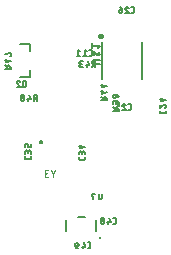
<source format=gbr>
G04 EAGLE Gerber X2 export*
G75*
%MOMM*%
%FSLAX34Y34*%
%LPD*%
%AMOC8*
5,1,8,0,0,1.08239X$1,22.5*%
G01*
%ADD10C,0.127000*%
%ADD11C,0.203200*%
%ADD12C,0.152400*%
%ADD13C,0.304800*%
%ADD14C,0.050800*%
%ADD15C,0.200000*%
%ADD16C,0.254000*%


D10*
X112363Y235537D02*
X112363Y234464D01*
X112365Y234399D01*
X112371Y234335D01*
X112381Y234271D01*
X112394Y234207D01*
X112412Y234145D01*
X112433Y234084D01*
X112457Y234024D01*
X112486Y233966D01*
X112518Y233909D01*
X112553Y233855D01*
X112591Y233803D01*
X112633Y233753D01*
X112677Y233706D01*
X112724Y233662D01*
X112774Y233620D01*
X112826Y233582D01*
X112880Y233547D01*
X112937Y233515D01*
X112995Y233486D01*
X113055Y233462D01*
X113116Y233441D01*
X113178Y233423D01*
X113242Y233410D01*
X113306Y233400D01*
X113370Y233394D01*
X113435Y233392D01*
X116117Y233392D01*
X116182Y233394D01*
X116246Y233400D01*
X116310Y233410D01*
X116374Y233423D01*
X116436Y233441D01*
X116497Y233462D01*
X116557Y233486D01*
X116615Y233515D01*
X116672Y233547D01*
X116726Y233582D01*
X116778Y233620D01*
X116828Y233662D01*
X116875Y233706D01*
X116919Y233753D01*
X116961Y233803D01*
X116999Y233855D01*
X117034Y233909D01*
X117066Y233966D01*
X117095Y234024D01*
X117119Y234084D01*
X117140Y234145D01*
X117158Y234207D01*
X117171Y234271D01*
X117181Y234335D01*
X117187Y234399D01*
X117189Y234464D01*
X117189Y235537D01*
X112363Y237993D02*
X112363Y239333D01*
X112365Y239404D01*
X112371Y239476D01*
X112380Y239546D01*
X112393Y239616D01*
X112410Y239686D01*
X112431Y239754D01*
X112455Y239821D01*
X112483Y239887D01*
X112514Y239951D01*
X112549Y240014D01*
X112587Y240074D01*
X112628Y240133D01*
X112672Y240189D01*
X112719Y240243D01*
X112768Y240294D01*
X112821Y240342D01*
X112876Y240388D01*
X112933Y240430D01*
X112993Y240470D01*
X113054Y240506D01*
X113118Y240539D01*
X113183Y240568D01*
X113249Y240594D01*
X113317Y240617D01*
X113386Y240636D01*
X113456Y240651D01*
X113526Y240662D01*
X113597Y240670D01*
X113668Y240674D01*
X113740Y240674D01*
X113811Y240670D01*
X113882Y240662D01*
X113952Y240651D01*
X114022Y240636D01*
X114091Y240617D01*
X114159Y240594D01*
X114225Y240568D01*
X114290Y240539D01*
X114354Y240506D01*
X114415Y240470D01*
X114475Y240430D01*
X114532Y240388D01*
X114587Y240342D01*
X114640Y240294D01*
X114689Y240243D01*
X114736Y240189D01*
X114780Y240133D01*
X114821Y240074D01*
X114859Y240014D01*
X114894Y239951D01*
X114925Y239887D01*
X114953Y239821D01*
X114977Y239754D01*
X114998Y239686D01*
X115015Y239616D01*
X115028Y239546D01*
X115037Y239476D01*
X115043Y239404D01*
X115045Y239333D01*
X117189Y239601D02*
X117189Y237993D01*
X117189Y239601D02*
X117187Y239666D01*
X117181Y239730D01*
X117171Y239794D01*
X117158Y239858D01*
X117140Y239920D01*
X117119Y239981D01*
X117095Y240041D01*
X117066Y240099D01*
X117034Y240156D01*
X116999Y240210D01*
X116961Y240262D01*
X116919Y240312D01*
X116875Y240359D01*
X116828Y240403D01*
X116778Y240445D01*
X116726Y240483D01*
X116672Y240518D01*
X116615Y240550D01*
X116557Y240579D01*
X116497Y240603D01*
X116436Y240624D01*
X116374Y240642D01*
X116310Y240655D01*
X116246Y240665D01*
X116182Y240671D01*
X116117Y240673D01*
X116052Y240671D01*
X115988Y240665D01*
X115924Y240655D01*
X115860Y240642D01*
X115798Y240624D01*
X115737Y240603D01*
X115677Y240579D01*
X115619Y240550D01*
X115562Y240518D01*
X115508Y240483D01*
X115456Y240445D01*
X115406Y240403D01*
X115359Y240359D01*
X115315Y240312D01*
X115273Y240262D01*
X115235Y240210D01*
X115200Y240156D01*
X115168Y240099D01*
X115139Y240041D01*
X115115Y239981D01*
X115094Y239920D01*
X115076Y239858D01*
X115063Y239794D01*
X115053Y239730D01*
X115047Y239666D01*
X115045Y239601D01*
X115044Y239601D02*
X115044Y238529D01*
X113435Y243479D02*
X117189Y244551D01*
X113435Y243479D02*
X113435Y246160D01*
X114508Y245356D02*
X112363Y245356D01*
X66643Y236299D02*
X66643Y235226D01*
X66645Y235161D01*
X66651Y235097D01*
X66661Y235033D01*
X66674Y234969D01*
X66692Y234907D01*
X66713Y234846D01*
X66737Y234786D01*
X66766Y234728D01*
X66798Y234671D01*
X66833Y234617D01*
X66871Y234565D01*
X66913Y234515D01*
X66957Y234468D01*
X67004Y234424D01*
X67054Y234382D01*
X67106Y234344D01*
X67160Y234309D01*
X67217Y234277D01*
X67275Y234248D01*
X67335Y234224D01*
X67396Y234203D01*
X67458Y234185D01*
X67522Y234172D01*
X67586Y234162D01*
X67650Y234156D01*
X67715Y234154D01*
X70397Y234154D01*
X70462Y234156D01*
X70526Y234162D01*
X70590Y234172D01*
X70654Y234185D01*
X70716Y234203D01*
X70777Y234224D01*
X70837Y234248D01*
X70895Y234277D01*
X70952Y234309D01*
X71006Y234344D01*
X71058Y234382D01*
X71108Y234424D01*
X71155Y234468D01*
X71199Y234515D01*
X71241Y234565D01*
X71279Y234617D01*
X71314Y234671D01*
X71346Y234728D01*
X71375Y234786D01*
X71399Y234846D01*
X71420Y234907D01*
X71438Y234969D01*
X71451Y235033D01*
X71461Y235097D01*
X71467Y235161D01*
X71469Y235226D01*
X71469Y236299D01*
X66643Y238755D02*
X66643Y240095D01*
X66645Y240166D01*
X66651Y240238D01*
X66660Y240308D01*
X66673Y240378D01*
X66690Y240448D01*
X66711Y240516D01*
X66735Y240583D01*
X66763Y240649D01*
X66794Y240713D01*
X66829Y240776D01*
X66867Y240836D01*
X66908Y240895D01*
X66952Y240951D01*
X66999Y241005D01*
X67048Y241056D01*
X67101Y241104D01*
X67156Y241150D01*
X67213Y241192D01*
X67273Y241232D01*
X67334Y241268D01*
X67398Y241301D01*
X67463Y241330D01*
X67529Y241356D01*
X67597Y241379D01*
X67666Y241398D01*
X67736Y241413D01*
X67806Y241424D01*
X67877Y241432D01*
X67948Y241436D01*
X68020Y241436D01*
X68091Y241432D01*
X68162Y241424D01*
X68232Y241413D01*
X68302Y241398D01*
X68371Y241379D01*
X68439Y241356D01*
X68505Y241330D01*
X68570Y241301D01*
X68634Y241268D01*
X68695Y241232D01*
X68755Y241192D01*
X68812Y241150D01*
X68867Y241104D01*
X68920Y241056D01*
X68969Y241005D01*
X69016Y240951D01*
X69060Y240895D01*
X69101Y240836D01*
X69139Y240776D01*
X69174Y240713D01*
X69205Y240649D01*
X69233Y240583D01*
X69257Y240516D01*
X69278Y240448D01*
X69295Y240378D01*
X69308Y240308D01*
X69317Y240238D01*
X69323Y240166D01*
X69325Y240095D01*
X71469Y240363D02*
X71469Y238755D01*
X71469Y240363D02*
X71467Y240428D01*
X71461Y240492D01*
X71451Y240556D01*
X71438Y240620D01*
X71420Y240682D01*
X71399Y240743D01*
X71375Y240803D01*
X71346Y240861D01*
X71314Y240918D01*
X71279Y240972D01*
X71241Y241024D01*
X71199Y241074D01*
X71155Y241121D01*
X71108Y241165D01*
X71058Y241207D01*
X71006Y241245D01*
X70952Y241280D01*
X70895Y241312D01*
X70837Y241341D01*
X70777Y241365D01*
X70716Y241386D01*
X70654Y241404D01*
X70590Y241417D01*
X70526Y241427D01*
X70462Y241433D01*
X70397Y241435D01*
X70332Y241433D01*
X70268Y241427D01*
X70204Y241417D01*
X70140Y241404D01*
X70078Y241386D01*
X70017Y241365D01*
X69957Y241341D01*
X69899Y241312D01*
X69842Y241280D01*
X69788Y241245D01*
X69736Y241207D01*
X69686Y241165D01*
X69639Y241121D01*
X69595Y241074D01*
X69553Y241024D01*
X69515Y240972D01*
X69480Y240918D01*
X69448Y240861D01*
X69419Y240803D01*
X69395Y240743D01*
X69374Y240682D01*
X69356Y240620D01*
X69343Y240556D01*
X69333Y240492D01*
X69327Y240428D01*
X69325Y240363D01*
X69324Y240363D02*
X69324Y239291D01*
X66643Y244241D02*
X66643Y245850D01*
X66645Y245915D01*
X66651Y245979D01*
X66661Y246043D01*
X66674Y246107D01*
X66692Y246169D01*
X66713Y246230D01*
X66737Y246290D01*
X66766Y246348D01*
X66798Y246405D01*
X66833Y246459D01*
X66871Y246511D01*
X66913Y246561D01*
X66957Y246608D01*
X67004Y246652D01*
X67054Y246694D01*
X67106Y246732D01*
X67160Y246767D01*
X67217Y246799D01*
X67275Y246828D01*
X67335Y246852D01*
X67396Y246873D01*
X67458Y246891D01*
X67522Y246904D01*
X67586Y246914D01*
X67650Y246920D01*
X67715Y246922D01*
X68252Y246922D01*
X68317Y246920D01*
X68381Y246914D01*
X68445Y246904D01*
X68509Y246891D01*
X68571Y246873D01*
X68632Y246852D01*
X68692Y246828D01*
X68750Y246799D01*
X68807Y246767D01*
X68861Y246732D01*
X68913Y246694D01*
X68963Y246652D01*
X69010Y246608D01*
X69054Y246561D01*
X69096Y246511D01*
X69134Y246459D01*
X69169Y246405D01*
X69201Y246348D01*
X69230Y246290D01*
X69254Y246230D01*
X69275Y246169D01*
X69293Y246107D01*
X69306Y246043D01*
X69316Y245979D01*
X69322Y245915D01*
X69324Y245850D01*
X69324Y244241D01*
X71469Y244241D01*
X71469Y246922D01*
X141399Y179419D02*
X142472Y179419D01*
X142537Y179421D01*
X142601Y179427D01*
X142665Y179437D01*
X142729Y179450D01*
X142791Y179468D01*
X142852Y179489D01*
X142912Y179513D01*
X142970Y179542D01*
X143027Y179574D01*
X143081Y179609D01*
X143133Y179647D01*
X143183Y179689D01*
X143230Y179733D01*
X143274Y179780D01*
X143316Y179830D01*
X143354Y179882D01*
X143389Y179936D01*
X143421Y179993D01*
X143450Y180051D01*
X143474Y180111D01*
X143495Y180172D01*
X143513Y180234D01*
X143526Y180298D01*
X143536Y180362D01*
X143542Y180426D01*
X143544Y180491D01*
X143544Y183173D01*
X143542Y183238D01*
X143536Y183302D01*
X143526Y183366D01*
X143513Y183430D01*
X143495Y183492D01*
X143474Y183553D01*
X143450Y183613D01*
X143421Y183671D01*
X143389Y183728D01*
X143354Y183782D01*
X143316Y183834D01*
X143274Y183884D01*
X143230Y183931D01*
X143183Y183975D01*
X143133Y184017D01*
X143081Y184055D01*
X143027Y184090D01*
X142970Y184122D01*
X142912Y184151D01*
X142852Y184175D01*
X142791Y184196D01*
X142729Y184214D01*
X142665Y184227D01*
X142601Y184237D01*
X142537Y184243D01*
X142472Y184245D01*
X141399Y184245D01*
X137871Y184245D02*
X138943Y180491D01*
X136262Y180491D01*
X137067Y179419D02*
X137067Y181564D01*
X133457Y180760D02*
X133455Y180831D01*
X133449Y180903D01*
X133440Y180973D01*
X133427Y181043D01*
X133410Y181113D01*
X133389Y181181D01*
X133365Y181248D01*
X133337Y181314D01*
X133306Y181378D01*
X133271Y181441D01*
X133233Y181501D01*
X133192Y181560D01*
X133148Y181616D01*
X133101Y181670D01*
X133052Y181721D01*
X132999Y181769D01*
X132944Y181815D01*
X132887Y181857D01*
X132827Y181897D01*
X132766Y181933D01*
X132702Y181966D01*
X132637Y181995D01*
X132571Y182021D01*
X132503Y182044D01*
X132434Y182063D01*
X132364Y182078D01*
X132294Y182089D01*
X132223Y182097D01*
X132152Y182101D01*
X132080Y182101D01*
X132009Y182097D01*
X131938Y182089D01*
X131868Y182078D01*
X131798Y182063D01*
X131729Y182044D01*
X131661Y182021D01*
X131595Y181995D01*
X131530Y181966D01*
X131466Y181933D01*
X131405Y181897D01*
X131345Y181857D01*
X131288Y181815D01*
X131233Y181769D01*
X131180Y181721D01*
X131131Y181670D01*
X131084Y181616D01*
X131040Y181560D01*
X130999Y181501D01*
X130961Y181441D01*
X130926Y181378D01*
X130895Y181314D01*
X130867Y181248D01*
X130843Y181181D01*
X130822Y181113D01*
X130805Y181043D01*
X130792Y180973D01*
X130783Y180903D01*
X130777Y180831D01*
X130775Y180760D01*
X130777Y180689D01*
X130783Y180617D01*
X130792Y180547D01*
X130805Y180477D01*
X130822Y180407D01*
X130843Y180339D01*
X130867Y180272D01*
X130895Y180206D01*
X130926Y180142D01*
X130961Y180079D01*
X130999Y180019D01*
X131040Y179960D01*
X131084Y179904D01*
X131131Y179850D01*
X131180Y179799D01*
X131233Y179751D01*
X131288Y179705D01*
X131345Y179663D01*
X131405Y179623D01*
X131466Y179587D01*
X131530Y179554D01*
X131595Y179525D01*
X131661Y179499D01*
X131729Y179476D01*
X131798Y179457D01*
X131868Y179442D01*
X131938Y179431D01*
X132009Y179423D01*
X132080Y179419D01*
X132152Y179419D01*
X132223Y179423D01*
X132294Y179431D01*
X132364Y179442D01*
X132434Y179457D01*
X132503Y179476D01*
X132571Y179499D01*
X132637Y179525D01*
X132702Y179554D01*
X132766Y179587D01*
X132827Y179623D01*
X132887Y179663D01*
X132944Y179705D01*
X132999Y179751D01*
X133052Y179799D01*
X133101Y179850D01*
X133148Y179904D01*
X133192Y179960D01*
X133233Y180019D01*
X133271Y180079D01*
X133306Y180142D01*
X133337Y180206D01*
X133365Y180272D01*
X133389Y180339D01*
X133410Y180407D01*
X133427Y180477D01*
X133440Y180547D01*
X133449Y180617D01*
X133455Y180689D01*
X133457Y180760D01*
X133188Y183173D02*
X133186Y183238D01*
X133180Y183302D01*
X133170Y183366D01*
X133157Y183430D01*
X133139Y183492D01*
X133118Y183553D01*
X133094Y183613D01*
X133065Y183671D01*
X133033Y183728D01*
X132998Y183782D01*
X132960Y183834D01*
X132918Y183884D01*
X132874Y183931D01*
X132827Y183975D01*
X132777Y184017D01*
X132725Y184055D01*
X132671Y184090D01*
X132614Y184122D01*
X132556Y184151D01*
X132496Y184175D01*
X132435Y184196D01*
X132373Y184214D01*
X132309Y184227D01*
X132245Y184237D01*
X132181Y184243D01*
X132116Y184245D01*
X132051Y184243D01*
X131987Y184237D01*
X131923Y184227D01*
X131859Y184214D01*
X131797Y184196D01*
X131736Y184175D01*
X131676Y184151D01*
X131618Y184122D01*
X131561Y184090D01*
X131507Y184055D01*
X131455Y184017D01*
X131405Y183975D01*
X131358Y183931D01*
X131314Y183884D01*
X131272Y183834D01*
X131234Y183782D01*
X131199Y183728D01*
X131167Y183671D01*
X131138Y183613D01*
X131114Y183553D01*
X131093Y183492D01*
X131075Y183430D01*
X131062Y183366D01*
X131052Y183302D01*
X131046Y183238D01*
X131044Y183173D01*
X131046Y183108D01*
X131052Y183044D01*
X131062Y182980D01*
X131075Y182916D01*
X131093Y182854D01*
X131114Y182793D01*
X131138Y182733D01*
X131167Y182675D01*
X131199Y182618D01*
X131234Y182564D01*
X131272Y182512D01*
X131314Y182462D01*
X131358Y182415D01*
X131405Y182371D01*
X131455Y182329D01*
X131507Y182291D01*
X131561Y182256D01*
X131618Y182224D01*
X131676Y182195D01*
X131736Y182171D01*
X131797Y182150D01*
X131859Y182132D01*
X131923Y182119D01*
X131987Y182109D01*
X132051Y182103D01*
X132116Y182101D01*
X132181Y182103D01*
X132245Y182109D01*
X132309Y182119D01*
X132373Y182132D01*
X132435Y182150D01*
X132496Y182171D01*
X132556Y182195D01*
X132614Y182224D01*
X132671Y182256D01*
X132725Y182291D01*
X132777Y182329D01*
X132827Y182371D01*
X132874Y182415D01*
X132918Y182462D01*
X132960Y182512D01*
X132998Y182564D01*
X133033Y182618D01*
X133065Y182675D01*
X133094Y182733D01*
X133118Y182793D01*
X133139Y182854D01*
X133157Y182916D01*
X133170Y182980D01*
X133180Y183044D01*
X133186Y183108D01*
X133188Y183173D01*
X120882Y158655D02*
X119809Y158655D01*
X120882Y158655D02*
X120947Y158657D01*
X121011Y158663D01*
X121075Y158673D01*
X121139Y158686D01*
X121201Y158704D01*
X121262Y158725D01*
X121322Y158749D01*
X121380Y158778D01*
X121437Y158810D01*
X121491Y158845D01*
X121543Y158883D01*
X121593Y158925D01*
X121640Y158969D01*
X121684Y159016D01*
X121726Y159066D01*
X121764Y159118D01*
X121799Y159172D01*
X121831Y159229D01*
X121860Y159287D01*
X121884Y159347D01*
X121905Y159408D01*
X121923Y159470D01*
X121936Y159534D01*
X121946Y159598D01*
X121952Y159662D01*
X121954Y159727D01*
X121954Y162409D01*
X121952Y162474D01*
X121946Y162538D01*
X121936Y162602D01*
X121923Y162666D01*
X121905Y162728D01*
X121884Y162789D01*
X121860Y162849D01*
X121831Y162907D01*
X121799Y162964D01*
X121764Y163018D01*
X121726Y163070D01*
X121684Y163120D01*
X121640Y163167D01*
X121593Y163211D01*
X121543Y163253D01*
X121491Y163291D01*
X121437Y163326D01*
X121380Y163358D01*
X121322Y163387D01*
X121262Y163411D01*
X121201Y163432D01*
X121139Y163450D01*
X121075Y163463D01*
X121011Y163473D01*
X120947Y163479D01*
X120882Y163481D01*
X119809Y163481D01*
X116281Y163481D02*
X117353Y159727D01*
X114672Y159727D01*
X115477Y158655D02*
X115477Y160800D01*
X110795Y160800D02*
X109186Y160800D01*
X110795Y160800D02*
X110860Y160802D01*
X110924Y160808D01*
X110988Y160818D01*
X111052Y160831D01*
X111114Y160849D01*
X111175Y160870D01*
X111235Y160894D01*
X111293Y160923D01*
X111350Y160955D01*
X111404Y160990D01*
X111456Y161028D01*
X111506Y161070D01*
X111553Y161114D01*
X111597Y161161D01*
X111639Y161211D01*
X111677Y161263D01*
X111712Y161317D01*
X111744Y161374D01*
X111773Y161432D01*
X111797Y161492D01*
X111818Y161553D01*
X111836Y161615D01*
X111849Y161679D01*
X111859Y161743D01*
X111865Y161807D01*
X111867Y161872D01*
X111867Y162140D01*
X111865Y162211D01*
X111859Y162283D01*
X111850Y162353D01*
X111837Y162423D01*
X111820Y162493D01*
X111799Y162561D01*
X111775Y162628D01*
X111747Y162694D01*
X111716Y162758D01*
X111681Y162821D01*
X111643Y162881D01*
X111602Y162940D01*
X111558Y162996D01*
X111511Y163050D01*
X111462Y163101D01*
X111409Y163149D01*
X111354Y163195D01*
X111297Y163237D01*
X111237Y163277D01*
X111176Y163313D01*
X111112Y163346D01*
X111047Y163375D01*
X110981Y163401D01*
X110913Y163424D01*
X110844Y163443D01*
X110774Y163458D01*
X110704Y163469D01*
X110633Y163477D01*
X110562Y163481D01*
X110490Y163481D01*
X110419Y163477D01*
X110348Y163469D01*
X110278Y163458D01*
X110208Y163443D01*
X110139Y163424D01*
X110071Y163401D01*
X110005Y163375D01*
X109940Y163346D01*
X109876Y163313D01*
X109815Y163277D01*
X109755Y163237D01*
X109698Y163195D01*
X109643Y163149D01*
X109590Y163101D01*
X109541Y163050D01*
X109494Y162996D01*
X109450Y162940D01*
X109409Y162881D01*
X109371Y162821D01*
X109336Y162758D01*
X109305Y162694D01*
X109277Y162628D01*
X109253Y162561D01*
X109232Y162493D01*
X109215Y162423D01*
X109202Y162353D01*
X109193Y162283D01*
X109187Y162211D01*
X109185Y162140D01*
X109186Y162140D02*
X109186Y160800D01*
X109188Y160709D01*
X109194Y160618D01*
X109203Y160528D01*
X109217Y160437D01*
X109234Y160348D01*
X109255Y160260D01*
X109280Y160172D01*
X109309Y160085D01*
X109341Y160000D01*
X109376Y159916D01*
X109416Y159834D01*
X109458Y159754D01*
X109504Y159675D01*
X109554Y159599D01*
X109606Y159525D01*
X109662Y159452D01*
X109721Y159383D01*
X109782Y159316D01*
X109847Y159251D01*
X109914Y159190D01*
X109983Y159131D01*
X110056Y159075D01*
X110130Y159023D01*
X110206Y158973D01*
X110285Y158927D01*
X110365Y158885D01*
X110447Y158845D01*
X110531Y158810D01*
X110616Y158778D01*
X110703Y158749D01*
X110791Y158724D01*
X110879Y158703D01*
X110968Y158686D01*
X111059Y158672D01*
X111149Y158663D01*
X111240Y158657D01*
X111331Y158655D01*
D11*
X131840Y301500D02*
X131840Y333500D01*
X165340Y333250D02*
X165340Y301500D01*
D12*
X130048Y314410D02*
X125278Y314410D01*
X125278Y314411D02*
X125193Y314413D01*
X125109Y314419D01*
X125025Y314429D01*
X124941Y314442D01*
X124858Y314460D01*
X124776Y314481D01*
X124695Y314506D01*
X124615Y314535D01*
X124537Y314567D01*
X124461Y314603D01*
X124386Y314643D01*
X124313Y314686D01*
X124242Y314732D01*
X124173Y314781D01*
X124106Y314834D01*
X124042Y314890D01*
X123981Y314948D01*
X123923Y315009D01*
X123867Y315073D01*
X123814Y315140D01*
X123765Y315209D01*
X123719Y315280D01*
X123676Y315353D01*
X123636Y315428D01*
X123600Y315504D01*
X123568Y315582D01*
X123539Y315662D01*
X123514Y315743D01*
X123493Y315825D01*
X123475Y315908D01*
X123462Y315992D01*
X123452Y316076D01*
X123446Y316160D01*
X123444Y316245D01*
X123446Y316330D01*
X123452Y316414D01*
X123462Y316498D01*
X123475Y316582D01*
X123493Y316665D01*
X123514Y316747D01*
X123539Y316828D01*
X123568Y316908D01*
X123600Y316986D01*
X123636Y317062D01*
X123676Y317137D01*
X123719Y317210D01*
X123765Y317281D01*
X123814Y317350D01*
X123867Y317417D01*
X123923Y317481D01*
X123981Y317542D01*
X124042Y317600D01*
X124106Y317656D01*
X124173Y317709D01*
X124242Y317758D01*
X124313Y317804D01*
X124386Y317847D01*
X124461Y317887D01*
X124537Y317923D01*
X124615Y317955D01*
X124695Y317984D01*
X124776Y318009D01*
X124858Y318030D01*
X124941Y318048D01*
X125025Y318061D01*
X125109Y318071D01*
X125193Y318077D01*
X125278Y318079D01*
X130048Y318079D01*
X130048Y323316D02*
X123444Y323316D01*
X126746Y323316D02*
X127296Y322399D01*
X127331Y322345D01*
X127369Y322292D01*
X127410Y322242D01*
X127454Y322195D01*
X127501Y322150D01*
X127550Y322108D01*
X127602Y322069D01*
X127656Y322033D01*
X127711Y322001D01*
X127769Y321971D01*
X127828Y321946D01*
X127889Y321923D01*
X127951Y321905D01*
X128014Y321890D01*
X128078Y321878D01*
X128142Y321871D01*
X128207Y321867D01*
X128271Y321868D01*
X128336Y321872D01*
X128400Y321879D01*
X128464Y321891D01*
X128527Y321906D01*
X128589Y321925D01*
X128649Y321948D01*
X128708Y321974D01*
X128766Y322004D01*
X128822Y322037D01*
X128875Y322073D01*
X128927Y322112D01*
X128976Y322154D01*
X129022Y322199D01*
X129066Y322247D01*
X129107Y322297D01*
X129144Y322350D01*
X129179Y322404D01*
X129210Y322461D01*
X129238Y322519D01*
X129263Y322579D01*
X129283Y322640D01*
X129301Y322703D01*
X129314Y322766D01*
X129315Y322766D02*
X129332Y322869D01*
X129345Y322973D01*
X129354Y323077D01*
X129360Y323182D01*
X129362Y323287D01*
X129360Y323392D01*
X129355Y323496D01*
X129345Y323601D01*
X129332Y323705D01*
X129315Y323808D01*
X129295Y323911D01*
X129270Y324013D01*
X129242Y324114D01*
X129211Y324214D01*
X129176Y324312D01*
X129137Y324410D01*
X129095Y324506D01*
X129049Y324600D01*
X129000Y324693D01*
X128948Y324784D01*
X126746Y323316D02*
X126196Y324233D01*
X126161Y324287D01*
X126123Y324340D01*
X126082Y324390D01*
X126038Y324437D01*
X125991Y324482D01*
X125942Y324524D01*
X125890Y324563D01*
X125836Y324599D01*
X125781Y324631D01*
X125723Y324661D01*
X125664Y324686D01*
X125603Y324709D01*
X125541Y324727D01*
X125478Y324742D01*
X125414Y324754D01*
X125350Y324761D01*
X125285Y324765D01*
X125221Y324764D01*
X125156Y324760D01*
X125092Y324753D01*
X125028Y324741D01*
X124965Y324726D01*
X124904Y324707D01*
X124843Y324684D01*
X124784Y324658D01*
X124726Y324628D01*
X124671Y324596D01*
X124617Y324559D01*
X124565Y324520D01*
X124516Y324478D01*
X124470Y324433D01*
X124426Y324385D01*
X124386Y324335D01*
X124348Y324282D01*
X124313Y324228D01*
X124282Y324171D01*
X124254Y324113D01*
X124229Y324053D01*
X124209Y323992D01*
X124191Y323929D01*
X124178Y323866D01*
X124161Y323763D01*
X124148Y323659D01*
X124139Y323555D01*
X124133Y323450D01*
X124131Y323345D01*
X124133Y323241D01*
X124138Y323136D01*
X124148Y323032D01*
X124161Y322928D01*
X124178Y322824D01*
X124198Y322721D01*
X124223Y322619D01*
X124251Y322518D01*
X124282Y322419D01*
X124317Y322320D01*
X124356Y322222D01*
X124398Y322126D01*
X124444Y322032D01*
X124493Y321940D01*
X124545Y321849D01*
X128580Y328309D02*
X130048Y330144D01*
X123444Y330144D01*
X123444Y331978D02*
X123444Y328309D01*
D13*
X130242Y338074D02*
X130244Y338122D01*
X130250Y338169D01*
X130260Y338215D01*
X130274Y338261D01*
X130291Y338305D01*
X130312Y338348D01*
X130337Y338388D01*
X130365Y338427D01*
X130396Y338463D01*
X130430Y338496D01*
X130467Y338526D01*
X130506Y338554D01*
X130547Y338577D01*
X130590Y338598D01*
X130634Y338614D01*
X130680Y338627D01*
X130727Y338636D01*
X130774Y338641D01*
X130822Y338642D01*
X130869Y338639D01*
X130916Y338632D01*
X130963Y338621D01*
X131008Y338606D01*
X131052Y338588D01*
X131094Y338566D01*
X131134Y338540D01*
X131172Y338512D01*
X131207Y338480D01*
X131240Y338445D01*
X131270Y338408D01*
X131296Y338368D01*
X131319Y338327D01*
X131338Y338283D01*
X131354Y338238D01*
X131366Y338192D01*
X131374Y338145D01*
X131378Y338098D01*
X131378Y338050D01*
X131374Y338003D01*
X131366Y337956D01*
X131354Y337910D01*
X131338Y337865D01*
X131319Y337821D01*
X131296Y337780D01*
X131270Y337740D01*
X131240Y337703D01*
X131207Y337668D01*
X131172Y337636D01*
X131134Y337608D01*
X131094Y337582D01*
X131052Y337560D01*
X131008Y337542D01*
X130963Y337527D01*
X130916Y337516D01*
X130869Y337509D01*
X130822Y337506D01*
X130774Y337507D01*
X130727Y337512D01*
X130680Y337521D01*
X130634Y337534D01*
X130590Y337550D01*
X130547Y337571D01*
X130506Y337594D01*
X130467Y337622D01*
X130430Y337652D01*
X130396Y337685D01*
X130365Y337721D01*
X130337Y337760D01*
X130312Y337800D01*
X130291Y337843D01*
X130274Y337887D01*
X130260Y337933D01*
X130250Y337979D01*
X130244Y338026D01*
X130242Y338074D01*
D14*
X91972Y224519D02*
X90105Y221875D01*
X88239Y224519D01*
X90105Y221875D02*
X90105Y218920D01*
X86165Y218920D02*
X84610Y218920D01*
X84532Y218922D01*
X84455Y218928D01*
X84378Y218937D01*
X84302Y218951D01*
X84226Y218968D01*
X84152Y218989D01*
X84078Y219014D01*
X84006Y219042D01*
X83935Y219074D01*
X83866Y219109D01*
X83799Y219148D01*
X83734Y219190D01*
X83671Y219235D01*
X83610Y219284D01*
X83552Y219335D01*
X83497Y219389D01*
X83444Y219446D01*
X83394Y219505D01*
X83347Y219567D01*
X83304Y219631D01*
X83263Y219698D01*
X83226Y219766D01*
X83193Y219835D01*
X83162Y219907D01*
X83136Y219980D01*
X83113Y220054D01*
X83094Y220129D01*
X83079Y220205D01*
X83067Y220282D01*
X83059Y220359D01*
X83055Y220436D01*
X83055Y220514D01*
X83059Y220591D01*
X83067Y220668D01*
X83079Y220745D01*
X83094Y220821D01*
X83113Y220896D01*
X83136Y220970D01*
X83162Y221043D01*
X83193Y221115D01*
X83226Y221184D01*
X83263Y221253D01*
X83304Y221319D01*
X83347Y221383D01*
X83394Y221445D01*
X83444Y221504D01*
X83497Y221561D01*
X83552Y221615D01*
X83610Y221666D01*
X83671Y221715D01*
X83734Y221760D01*
X83799Y221802D01*
X83866Y221841D01*
X83935Y221876D01*
X84006Y221908D01*
X84078Y221936D01*
X84152Y221961D01*
X84226Y221982D01*
X84302Y221999D01*
X84378Y222013D01*
X84455Y222022D01*
X84532Y222028D01*
X84610Y222030D01*
X84299Y224519D02*
X86165Y224519D01*
X84299Y224518D02*
X84229Y224516D01*
X84160Y224510D01*
X84091Y224500D01*
X84022Y224487D01*
X83955Y224469D01*
X83888Y224448D01*
X83823Y224423D01*
X83759Y224395D01*
X83697Y224363D01*
X83637Y224327D01*
X83579Y224289D01*
X83523Y224247D01*
X83470Y224202D01*
X83419Y224154D01*
X83371Y224103D01*
X83326Y224050D01*
X83284Y223994D01*
X83246Y223936D01*
X83210Y223876D01*
X83178Y223814D01*
X83150Y223750D01*
X83125Y223685D01*
X83104Y223618D01*
X83086Y223551D01*
X83073Y223482D01*
X83063Y223413D01*
X83057Y223344D01*
X83055Y223274D01*
X83057Y223204D01*
X83063Y223135D01*
X83073Y223066D01*
X83086Y222997D01*
X83104Y222930D01*
X83125Y222863D01*
X83150Y222798D01*
X83178Y222734D01*
X83210Y222672D01*
X83246Y222612D01*
X83284Y222554D01*
X83326Y222498D01*
X83371Y222445D01*
X83419Y222394D01*
X83470Y222346D01*
X83523Y222301D01*
X83579Y222259D01*
X83637Y222221D01*
X83697Y222185D01*
X83759Y222153D01*
X83823Y222125D01*
X83888Y222100D01*
X83955Y222079D01*
X84022Y222061D01*
X84091Y222048D01*
X84160Y222038D01*
X84229Y222032D01*
X84299Y222030D01*
X85543Y222030D01*
D15*
X78830Y248300D02*
X78832Y248363D01*
X78838Y248425D01*
X78848Y248487D01*
X78861Y248549D01*
X78879Y248609D01*
X78900Y248668D01*
X78925Y248726D01*
X78954Y248782D01*
X78986Y248836D01*
X79021Y248888D01*
X79059Y248937D01*
X79101Y248985D01*
X79145Y249029D01*
X79193Y249071D01*
X79242Y249109D01*
X79294Y249144D01*
X79348Y249176D01*
X79404Y249205D01*
X79462Y249230D01*
X79521Y249251D01*
X79581Y249269D01*
X79643Y249282D01*
X79705Y249292D01*
X79767Y249298D01*
X79830Y249300D01*
X79893Y249298D01*
X79955Y249292D01*
X80017Y249282D01*
X80079Y249269D01*
X80139Y249251D01*
X80198Y249230D01*
X80256Y249205D01*
X80312Y249176D01*
X80366Y249144D01*
X80418Y249109D01*
X80467Y249071D01*
X80515Y249029D01*
X80559Y248985D01*
X80601Y248937D01*
X80639Y248888D01*
X80674Y248836D01*
X80706Y248782D01*
X80735Y248726D01*
X80760Y248668D01*
X80781Y248609D01*
X80799Y248549D01*
X80812Y248487D01*
X80822Y248425D01*
X80828Y248363D01*
X80830Y248300D01*
X80828Y248237D01*
X80822Y248175D01*
X80812Y248113D01*
X80799Y248051D01*
X80781Y247991D01*
X80760Y247932D01*
X80735Y247874D01*
X80706Y247818D01*
X80674Y247764D01*
X80639Y247712D01*
X80601Y247663D01*
X80559Y247615D01*
X80515Y247571D01*
X80467Y247529D01*
X80418Y247491D01*
X80366Y247456D01*
X80312Y247424D01*
X80256Y247395D01*
X80198Y247370D01*
X80139Y247349D01*
X80079Y247331D01*
X80017Y247318D01*
X79955Y247308D01*
X79893Y247302D01*
X79830Y247300D01*
X79767Y247302D01*
X79705Y247308D01*
X79643Y247318D01*
X79581Y247331D01*
X79521Y247349D01*
X79462Y247370D01*
X79404Y247395D01*
X79348Y247424D01*
X79294Y247456D01*
X79242Y247491D01*
X79193Y247529D01*
X79145Y247571D01*
X79101Y247615D01*
X79059Y247663D01*
X79021Y247712D01*
X78986Y247764D01*
X78954Y247818D01*
X78925Y247874D01*
X78900Y247932D01*
X78879Y247991D01*
X78861Y248051D01*
X78848Y248113D01*
X78838Y248175D01*
X78832Y248237D01*
X78830Y248300D01*
D10*
X156639Y358045D02*
X157712Y358045D01*
X157777Y358047D01*
X157841Y358053D01*
X157905Y358063D01*
X157969Y358076D01*
X158031Y358094D01*
X158092Y358115D01*
X158152Y358139D01*
X158210Y358168D01*
X158267Y358200D01*
X158321Y358235D01*
X158373Y358273D01*
X158423Y358315D01*
X158470Y358359D01*
X158514Y358406D01*
X158556Y358456D01*
X158594Y358508D01*
X158629Y358562D01*
X158661Y358619D01*
X158690Y358677D01*
X158714Y358737D01*
X158735Y358798D01*
X158753Y358860D01*
X158766Y358924D01*
X158776Y358988D01*
X158782Y359052D01*
X158784Y359117D01*
X158784Y361799D01*
X158782Y361864D01*
X158776Y361928D01*
X158766Y361992D01*
X158753Y362056D01*
X158735Y362118D01*
X158714Y362179D01*
X158690Y362239D01*
X158661Y362297D01*
X158629Y362354D01*
X158594Y362408D01*
X158556Y362460D01*
X158514Y362510D01*
X158470Y362557D01*
X158423Y362601D01*
X158373Y362643D01*
X158321Y362681D01*
X158267Y362716D01*
X158210Y362748D01*
X158152Y362777D01*
X158092Y362801D01*
X158031Y362822D01*
X157969Y362840D01*
X157905Y362853D01*
X157841Y362863D01*
X157777Y362869D01*
X157712Y362871D01*
X156639Y362871D01*
X152709Y362871D02*
X152641Y362869D01*
X152574Y362863D01*
X152507Y362854D01*
X152440Y362841D01*
X152375Y362824D01*
X152310Y362803D01*
X152247Y362779D01*
X152185Y362751D01*
X152125Y362720D01*
X152067Y362686D01*
X152011Y362648D01*
X151956Y362608D01*
X151905Y362564D01*
X151856Y362517D01*
X151809Y362468D01*
X151765Y362417D01*
X151725Y362362D01*
X151687Y362306D01*
X151653Y362248D01*
X151622Y362188D01*
X151594Y362126D01*
X151570Y362063D01*
X151549Y361998D01*
X151532Y361933D01*
X151519Y361866D01*
X151510Y361799D01*
X151504Y361732D01*
X151502Y361664D01*
X152709Y362871D02*
X152787Y362869D01*
X152865Y362863D01*
X152942Y362853D01*
X153019Y362840D01*
X153095Y362822D01*
X153170Y362801D01*
X153244Y362776D01*
X153316Y362747D01*
X153387Y362715D01*
X153456Y362679D01*
X153524Y362640D01*
X153589Y362597D01*
X153652Y362551D01*
X153713Y362502D01*
X153771Y362450D01*
X153826Y362395D01*
X153879Y362338D01*
X153928Y362278D01*
X153975Y362215D01*
X154018Y362150D01*
X154058Y362084D01*
X154095Y362015D01*
X154128Y361944D01*
X154158Y361872D01*
X154184Y361798D01*
X151904Y360726D02*
X151855Y360775D01*
X151808Y360827D01*
X151765Y360882D01*
X151724Y360939D01*
X151686Y360998D01*
X151652Y361059D01*
X151621Y361122D01*
X151593Y361186D01*
X151569Y361252D01*
X151549Y361318D01*
X151532Y361386D01*
X151519Y361455D01*
X151510Y361524D01*
X151504Y361594D01*
X151502Y361664D01*
X151904Y360726D02*
X154183Y358045D01*
X151502Y358045D01*
X148697Y360726D02*
X147088Y360726D01*
X147023Y360724D01*
X146959Y360718D01*
X146895Y360708D01*
X146831Y360695D01*
X146769Y360677D01*
X146708Y360656D01*
X146648Y360632D01*
X146590Y360603D01*
X146533Y360571D01*
X146479Y360536D01*
X146427Y360498D01*
X146377Y360456D01*
X146330Y360412D01*
X146286Y360365D01*
X146244Y360315D01*
X146206Y360263D01*
X146171Y360209D01*
X146139Y360152D01*
X146110Y360094D01*
X146086Y360034D01*
X146065Y359973D01*
X146047Y359911D01*
X146034Y359847D01*
X146024Y359783D01*
X146018Y359719D01*
X146016Y359654D01*
X146016Y359386D01*
X146015Y359386D02*
X146017Y359315D01*
X146023Y359243D01*
X146032Y359173D01*
X146045Y359103D01*
X146062Y359033D01*
X146083Y358965D01*
X146107Y358898D01*
X146135Y358832D01*
X146166Y358768D01*
X146201Y358705D01*
X146239Y358645D01*
X146280Y358586D01*
X146324Y358530D01*
X146371Y358476D01*
X146420Y358425D01*
X146473Y358377D01*
X146528Y358331D01*
X146585Y358289D01*
X146645Y358249D01*
X146706Y358213D01*
X146770Y358180D01*
X146835Y358151D01*
X146901Y358125D01*
X146969Y358102D01*
X147038Y358083D01*
X147108Y358068D01*
X147178Y358057D01*
X147249Y358049D01*
X147320Y358045D01*
X147392Y358045D01*
X147463Y358049D01*
X147534Y358057D01*
X147604Y358068D01*
X147674Y358083D01*
X147743Y358102D01*
X147811Y358125D01*
X147877Y358151D01*
X147942Y358180D01*
X148006Y358213D01*
X148067Y358249D01*
X148127Y358289D01*
X148184Y358331D01*
X148239Y358377D01*
X148292Y358425D01*
X148341Y358476D01*
X148388Y358530D01*
X148432Y358586D01*
X148473Y358645D01*
X148511Y358705D01*
X148546Y358768D01*
X148577Y358832D01*
X148605Y358898D01*
X148629Y358965D01*
X148650Y359033D01*
X148667Y359103D01*
X148680Y359173D01*
X148689Y359243D01*
X148695Y359315D01*
X148697Y359386D01*
X148697Y360726D01*
X148695Y360817D01*
X148689Y360908D01*
X148680Y360998D01*
X148666Y361089D01*
X148649Y361178D01*
X148628Y361266D01*
X148603Y361354D01*
X148574Y361441D01*
X148542Y361526D01*
X148507Y361610D01*
X148467Y361692D01*
X148425Y361772D01*
X148379Y361851D01*
X148329Y361927D01*
X148277Y362001D01*
X148221Y362074D01*
X148162Y362143D01*
X148101Y362210D01*
X148036Y362275D01*
X147969Y362336D01*
X147900Y362395D01*
X147827Y362451D01*
X147753Y362503D01*
X147677Y362553D01*
X147598Y362599D01*
X147518Y362641D01*
X147436Y362681D01*
X147352Y362716D01*
X147267Y362748D01*
X147180Y362777D01*
X147092Y362802D01*
X147004Y362823D01*
X146915Y362840D01*
X146824Y362854D01*
X146734Y362863D01*
X146643Y362869D01*
X146552Y362871D01*
X180975Y275161D02*
X180975Y274088D01*
X180977Y274023D01*
X180983Y273959D01*
X180993Y273895D01*
X181006Y273831D01*
X181024Y273769D01*
X181045Y273708D01*
X181069Y273648D01*
X181098Y273590D01*
X181130Y273533D01*
X181165Y273479D01*
X181203Y273427D01*
X181245Y273377D01*
X181289Y273330D01*
X181336Y273286D01*
X181386Y273244D01*
X181438Y273206D01*
X181492Y273171D01*
X181549Y273139D01*
X181607Y273110D01*
X181667Y273086D01*
X181728Y273065D01*
X181790Y273047D01*
X181854Y273034D01*
X181918Y273024D01*
X181982Y273018D01*
X182047Y273016D01*
X184729Y273016D01*
X184794Y273018D01*
X184858Y273024D01*
X184922Y273034D01*
X184986Y273047D01*
X185048Y273065D01*
X185109Y273086D01*
X185169Y273110D01*
X185227Y273139D01*
X185284Y273171D01*
X185338Y273206D01*
X185390Y273244D01*
X185440Y273286D01*
X185487Y273330D01*
X185531Y273377D01*
X185573Y273427D01*
X185611Y273479D01*
X185646Y273533D01*
X185678Y273590D01*
X185707Y273648D01*
X185731Y273708D01*
X185752Y273769D01*
X185770Y273831D01*
X185783Y273895D01*
X185793Y273959D01*
X185799Y274023D01*
X185801Y274088D01*
X185801Y275161D01*
X185801Y279091D02*
X185799Y279159D01*
X185793Y279226D01*
X185784Y279293D01*
X185771Y279360D01*
X185754Y279425D01*
X185733Y279490D01*
X185709Y279553D01*
X185681Y279615D01*
X185650Y279675D01*
X185616Y279733D01*
X185578Y279789D01*
X185538Y279844D01*
X185494Y279895D01*
X185447Y279944D01*
X185398Y279991D01*
X185347Y280035D01*
X185292Y280075D01*
X185236Y280113D01*
X185178Y280147D01*
X185118Y280178D01*
X185056Y280206D01*
X184993Y280230D01*
X184928Y280251D01*
X184863Y280268D01*
X184796Y280281D01*
X184729Y280290D01*
X184662Y280296D01*
X184594Y280298D01*
X185801Y279091D02*
X185799Y279013D01*
X185793Y278935D01*
X185783Y278858D01*
X185770Y278781D01*
X185752Y278705D01*
X185731Y278630D01*
X185706Y278556D01*
X185677Y278484D01*
X185645Y278413D01*
X185609Y278344D01*
X185570Y278276D01*
X185527Y278211D01*
X185481Y278148D01*
X185432Y278087D01*
X185380Y278029D01*
X185325Y277974D01*
X185268Y277921D01*
X185208Y277872D01*
X185145Y277825D01*
X185080Y277782D01*
X185014Y277742D01*
X184945Y277705D01*
X184874Y277672D01*
X184802Y277642D01*
X184729Y277616D01*
X183656Y279896D02*
X183705Y279945D01*
X183757Y279992D01*
X183812Y280035D01*
X183869Y280076D01*
X183928Y280114D01*
X183989Y280148D01*
X184052Y280179D01*
X184116Y280207D01*
X184182Y280231D01*
X184248Y280251D01*
X184316Y280268D01*
X184385Y280281D01*
X184454Y280290D01*
X184524Y280296D01*
X184594Y280298D01*
X183656Y279896D02*
X180975Y277617D01*
X180975Y280298D01*
X182047Y283103D02*
X185801Y284175D01*
X182047Y283103D02*
X182047Y285784D01*
X183120Y284980D02*
X180975Y284980D01*
X155172Y275939D02*
X154099Y275939D01*
X155172Y275939D02*
X155237Y275941D01*
X155301Y275947D01*
X155365Y275957D01*
X155429Y275970D01*
X155491Y275988D01*
X155552Y276009D01*
X155612Y276033D01*
X155670Y276062D01*
X155727Y276094D01*
X155781Y276129D01*
X155833Y276167D01*
X155883Y276209D01*
X155930Y276253D01*
X155974Y276300D01*
X156016Y276350D01*
X156054Y276402D01*
X156089Y276456D01*
X156121Y276513D01*
X156150Y276571D01*
X156174Y276631D01*
X156195Y276692D01*
X156213Y276754D01*
X156226Y276818D01*
X156236Y276882D01*
X156242Y276946D01*
X156244Y277011D01*
X156244Y279693D01*
X156242Y279758D01*
X156236Y279822D01*
X156226Y279886D01*
X156213Y279950D01*
X156195Y280012D01*
X156174Y280073D01*
X156150Y280133D01*
X156121Y280191D01*
X156089Y280248D01*
X156054Y280302D01*
X156016Y280354D01*
X155974Y280404D01*
X155930Y280451D01*
X155883Y280495D01*
X155833Y280537D01*
X155781Y280575D01*
X155727Y280610D01*
X155670Y280642D01*
X155612Y280671D01*
X155552Y280695D01*
X155491Y280716D01*
X155429Y280734D01*
X155365Y280747D01*
X155301Y280757D01*
X155237Y280763D01*
X155172Y280765D01*
X154099Y280765D01*
X150169Y280765D02*
X150101Y280763D01*
X150034Y280757D01*
X149967Y280748D01*
X149900Y280735D01*
X149835Y280718D01*
X149770Y280697D01*
X149707Y280673D01*
X149645Y280645D01*
X149585Y280614D01*
X149527Y280580D01*
X149471Y280542D01*
X149416Y280502D01*
X149365Y280458D01*
X149316Y280411D01*
X149269Y280362D01*
X149225Y280311D01*
X149185Y280256D01*
X149147Y280200D01*
X149113Y280142D01*
X149082Y280082D01*
X149054Y280020D01*
X149030Y279957D01*
X149009Y279892D01*
X148992Y279827D01*
X148979Y279760D01*
X148970Y279693D01*
X148964Y279626D01*
X148962Y279558D01*
X150169Y280765D02*
X150247Y280763D01*
X150325Y280757D01*
X150402Y280747D01*
X150479Y280734D01*
X150555Y280716D01*
X150630Y280695D01*
X150704Y280670D01*
X150776Y280641D01*
X150847Y280609D01*
X150916Y280573D01*
X150984Y280534D01*
X151049Y280491D01*
X151112Y280445D01*
X151173Y280396D01*
X151231Y280344D01*
X151286Y280289D01*
X151339Y280232D01*
X151388Y280172D01*
X151435Y280109D01*
X151478Y280044D01*
X151518Y279978D01*
X151555Y279909D01*
X151588Y279838D01*
X151618Y279766D01*
X151644Y279692D01*
X149364Y278620D02*
X149315Y278669D01*
X149268Y278721D01*
X149225Y278776D01*
X149184Y278833D01*
X149146Y278892D01*
X149112Y278953D01*
X149081Y279016D01*
X149053Y279080D01*
X149029Y279146D01*
X149009Y279212D01*
X148992Y279280D01*
X148979Y279349D01*
X148970Y279418D01*
X148964Y279488D01*
X148962Y279558D01*
X149364Y278620D02*
X151643Y275939D01*
X148962Y275939D01*
X146157Y275939D02*
X144548Y275939D01*
X144483Y275941D01*
X144419Y275947D01*
X144355Y275957D01*
X144291Y275970D01*
X144229Y275988D01*
X144168Y276009D01*
X144108Y276033D01*
X144050Y276062D01*
X143993Y276094D01*
X143939Y276129D01*
X143887Y276167D01*
X143837Y276209D01*
X143790Y276253D01*
X143746Y276300D01*
X143704Y276350D01*
X143666Y276402D01*
X143631Y276456D01*
X143599Y276513D01*
X143570Y276571D01*
X143546Y276631D01*
X143525Y276692D01*
X143507Y276754D01*
X143494Y276818D01*
X143484Y276882D01*
X143478Y276946D01*
X143476Y277011D01*
X143476Y277548D01*
X143478Y277613D01*
X143484Y277677D01*
X143494Y277741D01*
X143507Y277805D01*
X143525Y277867D01*
X143546Y277928D01*
X143570Y277988D01*
X143599Y278046D01*
X143631Y278103D01*
X143666Y278157D01*
X143704Y278209D01*
X143746Y278259D01*
X143790Y278306D01*
X143837Y278350D01*
X143887Y278392D01*
X143939Y278430D01*
X143993Y278465D01*
X144050Y278497D01*
X144108Y278526D01*
X144168Y278550D01*
X144229Y278571D01*
X144291Y278589D01*
X144355Y278602D01*
X144419Y278612D01*
X144483Y278618D01*
X144548Y278620D01*
X146157Y278620D01*
X146157Y280765D01*
X143476Y280765D01*
X126175Y312325D02*
X126175Y317151D01*
X124835Y317151D01*
X124764Y317149D01*
X124692Y317143D01*
X124622Y317134D01*
X124552Y317121D01*
X124482Y317104D01*
X124414Y317083D01*
X124347Y317059D01*
X124281Y317031D01*
X124217Y317000D01*
X124154Y316965D01*
X124094Y316927D01*
X124035Y316886D01*
X123979Y316842D01*
X123925Y316795D01*
X123874Y316746D01*
X123826Y316693D01*
X123780Y316638D01*
X123738Y316581D01*
X123698Y316521D01*
X123662Y316460D01*
X123629Y316396D01*
X123600Y316331D01*
X123574Y316265D01*
X123551Y316197D01*
X123532Y316128D01*
X123517Y316058D01*
X123506Y315988D01*
X123498Y315917D01*
X123494Y315846D01*
X123494Y315774D01*
X123498Y315703D01*
X123506Y315632D01*
X123517Y315562D01*
X123532Y315492D01*
X123551Y315423D01*
X123574Y315355D01*
X123600Y315289D01*
X123629Y315224D01*
X123662Y315160D01*
X123698Y315099D01*
X123738Y315039D01*
X123780Y314982D01*
X123826Y314927D01*
X123874Y314874D01*
X123925Y314825D01*
X123979Y314778D01*
X124035Y314734D01*
X124094Y314693D01*
X124154Y314655D01*
X124217Y314620D01*
X124281Y314589D01*
X124347Y314561D01*
X124414Y314537D01*
X124482Y314516D01*
X124552Y314499D01*
X124622Y314486D01*
X124692Y314477D01*
X124764Y314471D01*
X124835Y314469D01*
X124835Y314470D02*
X126175Y314470D01*
X124566Y314470D02*
X123494Y312325D01*
X120752Y313397D02*
X119680Y317151D01*
X120752Y313397D02*
X118071Y313397D01*
X118876Y312325D02*
X118876Y314470D01*
X115266Y312325D02*
X113926Y312325D01*
X113855Y312327D01*
X113783Y312333D01*
X113713Y312342D01*
X113643Y312355D01*
X113573Y312372D01*
X113505Y312393D01*
X113438Y312417D01*
X113372Y312445D01*
X113308Y312476D01*
X113245Y312511D01*
X113185Y312549D01*
X113126Y312590D01*
X113070Y312634D01*
X113016Y312681D01*
X112965Y312730D01*
X112917Y312783D01*
X112871Y312838D01*
X112829Y312895D01*
X112789Y312955D01*
X112753Y313016D01*
X112720Y313080D01*
X112691Y313145D01*
X112665Y313211D01*
X112642Y313279D01*
X112623Y313348D01*
X112608Y313418D01*
X112597Y313488D01*
X112589Y313559D01*
X112585Y313630D01*
X112585Y313702D01*
X112589Y313773D01*
X112597Y313844D01*
X112608Y313914D01*
X112623Y313984D01*
X112642Y314053D01*
X112665Y314121D01*
X112691Y314187D01*
X112720Y314252D01*
X112753Y314316D01*
X112789Y314377D01*
X112829Y314437D01*
X112871Y314494D01*
X112917Y314549D01*
X112965Y314602D01*
X113016Y314651D01*
X113070Y314698D01*
X113126Y314742D01*
X113185Y314783D01*
X113245Y314821D01*
X113308Y314856D01*
X113372Y314887D01*
X113438Y314915D01*
X113505Y314939D01*
X113573Y314960D01*
X113643Y314977D01*
X113713Y314990D01*
X113783Y314999D01*
X113855Y315005D01*
X113926Y315007D01*
X113657Y317151D02*
X115266Y317151D01*
X113657Y317151D02*
X113592Y317149D01*
X113528Y317143D01*
X113464Y317133D01*
X113400Y317120D01*
X113338Y317102D01*
X113277Y317081D01*
X113217Y317057D01*
X113159Y317028D01*
X113102Y316996D01*
X113048Y316961D01*
X112996Y316923D01*
X112946Y316881D01*
X112899Y316837D01*
X112855Y316790D01*
X112813Y316740D01*
X112775Y316688D01*
X112740Y316634D01*
X112708Y316577D01*
X112679Y316519D01*
X112655Y316459D01*
X112634Y316398D01*
X112616Y316336D01*
X112603Y316272D01*
X112593Y316208D01*
X112587Y316144D01*
X112585Y316079D01*
X112587Y316014D01*
X112593Y315950D01*
X112603Y315886D01*
X112616Y315822D01*
X112634Y315760D01*
X112655Y315699D01*
X112679Y315639D01*
X112708Y315581D01*
X112740Y315524D01*
X112775Y315470D01*
X112813Y315418D01*
X112855Y315368D01*
X112899Y315321D01*
X112946Y315277D01*
X112996Y315235D01*
X113048Y315197D01*
X113102Y315162D01*
X113159Y315130D01*
X113217Y315101D01*
X113277Y315077D01*
X113338Y315056D01*
X113400Y315038D01*
X113464Y315025D01*
X113528Y315015D01*
X113592Y315009D01*
X113657Y315007D01*
X113657Y315006D02*
X114730Y315006D01*
X140875Y275145D02*
X145701Y275145D01*
X145701Y276486D01*
X145699Y276557D01*
X145693Y276629D01*
X145684Y276699D01*
X145671Y276769D01*
X145654Y276839D01*
X145633Y276907D01*
X145609Y276974D01*
X145581Y277040D01*
X145550Y277104D01*
X145515Y277167D01*
X145477Y277227D01*
X145436Y277286D01*
X145392Y277342D01*
X145345Y277396D01*
X145296Y277447D01*
X145243Y277495D01*
X145188Y277541D01*
X145131Y277583D01*
X145071Y277623D01*
X145010Y277659D01*
X144946Y277692D01*
X144881Y277721D01*
X144815Y277747D01*
X144747Y277770D01*
X144678Y277789D01*
X144608Y277804D01*
X144538Y277815D01*
X144467Y277823D01*
X144396Y277827D01*
X144324Y277827D01*
X144253Y277823D01*
X144182Y277815D01*
X144112Y277804D01*
X144042Y277789D01*
X143973Y277770D01*
X143905Y277747D01*
X143839Y277721D01*
X143774Y277692D01*
X143710Y277659D01*
X143649Y277623D01*
X143589Y277583D01*
X143532Y277541D01*
X143477Y277495D01*
X143424Y277447D01*
X143375Y277396D01*
X143328Y277342D01*
X143284Y277286D01*
X143243Y277227D01*
X143205Y277167D01*
X143170Y277104D01*
X143139Y277040D01*
X143111Y276974D01*
X143087Y276907D01*
X143066Y276839D01*
X143049Y276769D01*
X143036Y276699D01*
X143027Y276629D01*
X143021Y276557D01*
X143019Y276486D01*
X143020Y276486D02*
X143020Y275145D01*
X143020Y276754D02*
X140875Y277826D01*
X140875Y280568D02*
X140875Y281908D01*
X140877Y281979D01*
X140883Y282051D01*
X140892Y282121D01*
X140905Y282191D01*
X140922Y282261D01*
X140943Y282329D01*
X140967Y282396D01*
X140995Y282462D01*
X141026Y282526D01*
X141061Y282589D01*
X141099Y282649D01*
X141140Y282708D01*
X141184Y282764D01*
X141231Y282818D01*
X141280Y282869D01*
X141333Y282917D01*
X141388Y282963D01*
X141445Y283005D01*
X141505Y283045D01*
X141566Y283081D01*
X141630Y283114D01*
X141695Y283143D01*
X141761Y283169D01*
X141829Y283192D01*
X141898Y283211D01*
X141968Y283226D01*
X142038Y283237D01*
X142109Y283245D01*
X142180Y283249D01*
X142252Y283249D01*
X142323Y283245D01*
X142394Y283237D01*
X142464Y283226D01*
X142534Y283211D01*
X142603Y283192D01*
X142671Y283169D01*
X142737Y283143D01*
X142802Y283114D01*
X142866Y283081D01*
X142927Y283045D01*
X142987Y283005D01*
X143044Y282963D01*
X143099Y282917D01*
X143152Y282869D01*
X143201Y282818D01*
X143248Y282764D01*
X143292Y282708D01*
X143333Y282649D01*
X143371Y282589D01*
X143406Y282526D01*
X143437Y282462D01*
X143465Y282396D01*
X143489Y282329D01*
X143510Y282261D01*
X143527Y282191D01*
X143540Y282121D01*
X143549Y282051D01*
X143555Y281979D01*
X143557Y281908D01*
X145701Y282176D02*
X145701Y280568D01*
X145701Y282176D02*
X145699Y282241D01*
X145693Y282305D01*
X145683Y282369D01*
X145670Y282433D01*
X145652Y282495D01*
X145631Y282556D01*
X145607Y282616D01*
X145578Y282674D01*
X145546Y282731D01*
X145511Y282785D01*
X145473Y282837D01*
X145431Y282887D01*
X145387Y282934D01*
X145340Y282978D01*
X145290Y283020D01*
X145238Y283058D01*
X145184Y283093D01*
X145127Y283125D01*
X145069Y283154D01*
X145009Y283178D01*
X144948Y283199D01*
X144886Y283217D01*
X144822Y283230D01*
X144758Y283240D01*
X144694Y283246D01*
X144629Y283248D01*
X144564Y283246D01*
X144500Y283240D01*
X144436Y283230D01*
X144372Y283217D01*
X144310Y283199D01*
X144249Y283178D01*
X144189Y283154D01*
X144131Y283125D01*
X144074Y283093D01*
X144020Y283058D01*
X143968Y283020D01*
X143918Y282978D01*
X143871Y282934D01*
X143827Y282887D01*
X143785Y282837D01*
X143747Y282785D01*
X143712Y282731D01*
X143680Y282674D01*
X143651Y282616D01*
X143627Y282556D01*
X143606Y282495D01*
X143588Y282433D01*
X143575Y282369D01*
X143565Y282305D01*
X143559Y282241D01*
X143557Y282176D01*
X143556Y282176D02*
X143556Y281104D01*
X142216Y286054D02*
X142287Y286056D01*
X142359Y286062D01*
X142429Y286071D01*
X142499Y286084D01*
X142569Y286101D01*
X142637Y286122D01*
X142704Y286146D01*
X142770Y286174D01*
X142834Y286205D01*
X142897Y286240D01*
X142957Y286278D01*
X143016Y286319D01*
X143072Y286363D01*
X143126Y286410D01*
X143177Y286459D01*
X143225Y286512D01*
X143271Y286567D01*
X143313Y286624D01*
X143353Y286684D01*
X143389Y286745D01*
X143422Y286809D01*
X143451Y286874D01*
X143477Y286940D01*
X143500Y287008D01*
X143519Y287077D01*
X143534Y287147D01*
X143545Y287217D01*
X143553Y287288D01*
X143557Y287359D01*
X143557Y287431D01*
X143553Y287502D01*
X143545Y287573D01*
X143534Y287643D01*
X143519Y287713D01*
X143500Y287782D01*
X143477Y287850D01*
X143451Y287916D01*
X143422Y287981D01*
X143389Y288045D01*
X143353Y288106D01*
X143313Y288166D01*
X143271Y288223D01*
X143225Y288278D01*
X143177Y288331D01*
X143126Y288380D01*
X143072Y288427D01*
X143016Y288471D01*
X142957Y288512D01*
X142897Y288550D01*
X142834Y288585D01*
X142770Y288616D01*
X142704Y288644D01*
X142637Y288668D01*
X142569Y288689D01*
X142499Y288706D01*
X142429Y288719D01*
X142359Y288728D01*
X142287Y288734D01*
X142216Y288736D01*
X142145Y288734D01*
X142073Y288728D01*
X142003Y288719D01*
X141933Y288706D01*
X141863Y288689D01*
X141795Y288668D01*
X141728Y288644D01*
X141662Y288616D01*
X141598Y288585D01*
X141535Y288550D01*
X141475Y288512D01*
X141416Y288471D01*
X141360Y288427D01*
X141306Y288380D01*
X141255Y288331D01*
X141207Y288278D01*
X141161Y288223D01*
X141119Y288166D01*
X141079Y288106D01*
X141043Y288045D01*
X141010Y287981D01*
X140981Y287916D01*
X140955Y287850D01*
X140932Y287782D01*
X140913Y287713D01*
X140898Y287643D01*
X140887Y287573D01*
X140879Y287502D01*
X140875Y287431D01*
X140875Y287359D01*
X140879Y287288D01*
X140887Y287217D01*
X140898Y287147D01*
X140913Y287077D01*
X140932Y287008D01*
X140955Y286940D01*
X140981Y286874D01*
X141010Y286809D01*
X141043Y286745D01*
X141079Y286684D01*
X141119Y286624D01*
X141161Y286567D01*
X141207Y286512D01*
X141255Y286459D01*
X141306Y286410D01*
X141360Y286363D01*
X141416Y286319D01*
X141475Y286278D01*
X141535Y286240D01*
X141598Y286205D01*
X141662Y286174D01*
X141728Y286146D01*
X141795Y286122D01*
X141863Y286101D01*
X141933Y286084D01*
X142003Y286071D01*
X142073Y286062D01*
X142145Y286056D01*
X142216Y286054D01*
X144629Y286323D02*
X144694Y286325D01*
X144758Y286331D01*
X144822Y286341D01*
X144886Y286354D01*
X144948Y286372D01*
X145009Y286393D01*
X145069Y286417D01*
X145127Y286446D01*
X145184Y286478D01*
X145238Y286513D01*
X145290Y286551D01*
X145340Y286593D01*
X145387Y286637D01*
X145431Y286684D01*
X145473Y286734D01*
X145511Y286786D01*
X145546Y286840D01*
X145578Y286897D01*
X145607Y286955D01*
X145631Y287015D01*
X145652Y287076D01*
X145670Y287138D01*
X145683Y287202D01*
X145693Y287266D01*
X145699Y287330D01*
X145701Y287395D01*
X145699Y287460D01*
X145693Y287524D01*
X145683Y287588D01*
X145670Y287652D01*
X145652Y287714D01*
X145631Y287775D01*
X145607Y287835D01*
X145578Y287893D01*
X145546Y287950D01*
X145511Y288004D01*
X145473Y288056D01*
X145431Y288106D01*
X145387Y288153D01*
X145340Y288197D01*
X145290Y288239D01*
X145238Y288277D01*
X145184Y288312D01*
X145127Y288344D01*
X145069Y288373D01*
X145009Y288397D01*
X144948Y288418D01*
X144886Y288436D01*
X144822Y288449D01*
X144758Y288459D01*
X144694Y288465D01*
X144629Y288467D01*
X144564Y288465D01*
X144500Y288459D01*
X144436Y288449D01*
X144372Y288436D01*
X144310Y288418D01*
X144249Y288397D01*
X144189Y288373D01*
X144131Y288344D01*
X144074Y288312D01*
X144020Y288277D01*
X143968Y288239D01*
X143918Y288197D01*
X143871Y288153D01*
X143827Y288106D01*
X143785Y288056D01*
X143747Y288004D01*
X143712Y287950D01*
X143680Y287893D01*
X143651Y287835D01*
X143627Y287775D01*
X143606Y287714D01*
X143588Y287652D01*
X143575Y287588D01*
X143565Y287524D01*
X143559Y287460D01*
X143557Y287395D01*
X143559Y287330D01*
X143565Y287266D01*
X143575Y287202D01*
X143588Y287138D01*
X143606Y287076D01*
X143627Y287015D01*
X143651Y286955D01*
X143680Y286897D01*
X143712Y286840D01*
X143747Y286786D01*
X143785Y286734D01*
X143827Y286684D01*
X143871Y286637D01*
X143918Y286593D01*
X143968Y286551D01*
X144020Y286513D01*
X144074Y286478D01*
X144131Y286446D01*
X144189Y286417D01*
X144249Y286393D01*
X144310Y286372D01*
X144372Y286354D01*
X144436Y286341D01*
X144500Y286331D01*
X144564Y286325D01*
X144629Y286323D01*
X135541Y284035D02*
X130715Y284035D01*
X135541Y284035D02*
X135541Y285376D01*
X135539Y285447D01*
X135533Y285519D01*
X135524Y285589D01*
X135511Y285659D01*
X135494Y285729D01*
X135473Y285797D01*
X135449Y285864D01*
X135421Y285930D01*
X135390Y285994D01*
X135355Y286057D01*
X135317Y286117D01*
X135276Y286176D01*
X135232Y286232D01*
X135185Y286286D01*
X135136Y286337D01*
X135083Y286385D01*
X135028Y286431D01*
X134971Y286473D01*
X134911Y286513D01*
X134850Y286549D01*
X134786Y286582D01*
X134721Y286611D01*
X134655Y286637D01*
X134587Y286660D01*
X134518Y286679D01*
X134448Y286694D01*
X134378Y286705D01*
X134307Y286713D01*
X134236Y286717D01*
X134164Y286717D01*
X134093Y286713D01*
X134022Y286705D01*
X133952Y286694D01*
X133882Y286679D01*
X133813Y286660D01*
X133745Y286637D01*
X133679Y286611D01*
X133614Y286582D01*
X133550Y286549D01*
X133489Y286513D01*
X133429Y286473D01*
X133372Y286431D01*
X133317Y286385D01*
X133264Y286337D01*
X133215Y286286D01*
X133168Y286232D01*
X133124Y286176D01*
X133083Y286117D01*
X133045Y286057D01*
X133010Y285994D01*
X132979Y285930D01*
X132951Y285864D01*
X132927Y285797D01*
X132906Y285729D01*
X132889Y285659D01*
X132876Y285589D01*
X132867Y285519D01*
X132861Y285447D01*
X132859Y285376D01*
X132860Y285376D02*
X132860Y284035D01*
X132860Y285644D02*
X130715Y286716D01*
X131787Y289458D02*
X135541Y290530D01*
X131787Y289458D02*
X131787Y292139D01*
X130715Y291334D02*
X132860Y291334D01*
X131787Y294944D02*
X135541Y296016D01*
X131787Y294944D02*
X131787Y297625D01*
X132860Y296821D02*
X130715Y296821D01*
D11*
X70500Y303500D02*
X70500Y309500D01*
X70500Y303500D02*
X62500Y303500D01*
X70500Y325500D02*
X70500Y331500D01*
X62500Y331500D01*
D10*
X67387Y299014D02*
X67387Y296870D01*
X67387Y299014D02*
X67385Y299085D01*
X67379Y299157D01*
X67370Y299227D01*
X67357Y299297D01*
X67340Y299367D01*
X67319Y299435D01*
X67295Y299502D01*
X67267Y299568D01*
X67236Y299632D01*
X67201Y299695D01*
X67163Y299755D01*
X67122Y299814D01*
X67078Y299870D01*
X67031Y299924D01*
X66982Y299975D01*
X66929Y300023D01*
X66874Y300069D01*
X66817Y300111D01*
X66757Y300151D01*
X66696Y300187D01*
X66632Y300220D01*
X66567Y300249D01*
X66501Y300275D01*
X66433Y300298D01*
X66364Y300317D01*
X66294Y300332D01*
X66224Y300343D01*
X66153Y300351D01*
X66082Y300355D01*
X66010Y300355D01*
X65939Y300351D01*
X65868Y300343D01*
X65798Y300332D01*
X65728Y300317D01*
X65659Y300298D01*
X65591Y300275D01*
X65525Y300249D01*
X65460Y300220D01*
X65396Y300187D01*
X65335Y300151D01*
X65275Y300111D01*
X65218Y300069D01*
X65163Y300023D01*
X65110Y299975D01*
X65061Y299924D01*
X65014Y299870D01*
X64970Y299814D01*
X64929Y299755D01*
X64891Y299695D01*
X64856Y299632D01*
X64825Y299568D01*
X64797Y299502D01*
X64773Y299435D01*
X64752Y299367D01*
X64735Y299297D01*
X64722Y299227D01*
X64713Y299157D01*
X64707Y299085D01*
X64705Y299014D01*
X64706Y299014D02*
X64706Y296870D01*
X64705Y296870D02*
X64707Y296799D01*
X64713Y296727D01*
X64722Y296657D01*
X64735Y296587D01*
X64752Y296517D01*
X64773Y296449D01*
X64797Y296382D01*
X64825Y296316D01*
X64856Y296252D01*
X64891Y296189D01*
X64929Y296129D01*
X64970Y296070D01*
X65014Y296014D01*
X65061Y295960D01*
X65110Y295909D01*
X65163Y295861D01*
X65218Y295815D01*
X65275Y295773D01*
X65335Y295733D01*
X65396Y295697D01*
X65460Y295664D01*
X65525Y295635D01*
X65591Y295609D01*
X65659Y295586D01*
X65728Y295567D01*
X65798Y295552D01*
X65868Y295541D01*
X65939Y295533D01*
X66010Y295529D01*
X66082Y295529D01*
X66153Y295533D01*
X66224Y295541D01*
X66294Y295552D01*
X66364Y295567D01*
X66433Y295586D01*
X66501Y295609D01*
X66567Y295635D01*
X66632Y295664D01*
X66696Y295697D01*
X66757Y295733D01*
X66817Y295773D01*
X66874Y295815D01*
X66929Y295861D01*
X66982Y295909D01*
X67031Y295960D01*
X67078Y296014D01*
X67122Y296070D01*
X67163Y296129D01*
X67201Y296189D01*
X67236Y296252D01*
X67267Y296316D01*
X67295Y296382D01*
X67319Y296449D01*
X67340Y296517D01*
X67357Y296587D01*
X67370Y296657D01*
X67379Y296727D01*
X67385Y296799D01*
X67387Y296870D01*
X65242Y296601D02*
X64169Y295529D01*
X59613Y299148D02*
X59615Y299216D01*
X59621Y299283D01*
X59630Y299350D01*
X59643Y299417D01*
X59660Y299482D01*
X59681Y299547D01*
X59705Y299610D01*
X59733Y299672D01*
X59764Y299732D01*
X59798Y299790D01*
X59836Y299846D01*
X59876Y299901D01*
X59920Y299952D01*
X59967Y300001D01*
X60016Y300048D01*
X60067Y300092D01*
X60122Y300132D01*
X60178Y300170D01*
X60236Y300204D01*
X60296Y300235D01*
X60358Y300263D01*
X60421Y300287D01*
X60486Y300308D01*
X60551Y300325D01*
X60618Y300338D01*
X60685Y300347D01*
X60752Y300353D01*
X60820Y300355D01*
X60898Y300353D01*
X60976Y300347D01*
X61053Y300337D01*
X61130Y300324D01*
X61206Y300306D01*
X61281Y300285D01*
X61355Y300260D01*
X61427Y300231D01*
X61498Y300199D01*
X61567Y300163D01*
X61635Y300124D01*
X61700Y300081D01*
X61763Y300035D01*
X61824Y299986D01*
X61882Y299934D01*
X61937Y299879D01*
X61990Y299822D01*
X62039Y299762D01*
X62086Y299699D01*
X62129Y299634D01*
X62169Y299568D01*
X62206Y299499D01*
X62239Y299428D01*
X62269Y299356D01*
X62295Y299282D01*
X60015Y298210D02*
X59966Y298259D01*
X59919Y298311D01*
X59876Y298366D01*
X59835Y298423D01*
X59797Y298482D01*
X59763Y298543D01*
X59732Y298606D01*
X59704Y298670D01*
X59680Y298736D01*
X59660Y298802D01*
X59643Y298870D01*
X59630Y298939D01*
X59621Y299008D01*
X59615Y299078D01*
X59613Y299148D01*
X60016Y298210D02*
X62294Y295529D01*
X59613Y295529D01*
X54261Y310705D02*
X49435Y310705D01*
X54261Y310705D02*
X54261Y312046D01*
X54259Y312117D01*
X54253Y312189D01*
X54244Y312259D01*
X54231Y312329D01*
X54214Y312399D01*
X54193Y312467D01*
X54169Y312534D01*
X54141Y312600D01*
X54110Y312664D01*
X54075Y312727D01*
X54037Y312787D01*
X53996Y312846D01*
X53952Y312902D01*
X53905Y312956D01*
X53856Y313007D01*
X53803Y313055D01*
X53748Y313101D01*
X53691Y313143D01*
X53631Y313183D01*
X53570Y313219D01*
X53506Y313252D01*
X53441Y313281D01*
X53375Y313307D01*
X53307Y313330D01*
X53238Y313349D01*
X53168Y313364D01*
X53098Y313375D01*
X53027Y313383D01*
X52956Y313387D01*
X52884Y313387D01*
X52813Y313383D01*
X52742Y313375D01*
X52672Y313364D01*
X52602Y313349D01*
X52533Y313330D01*
X52465Y313307D01*
X52399Y313281D01*
X52334Y313252D01*
X52270Y313219D01*
X52209Y313183D01*
X52149Y313143D01*
X52092Y313101D01*
X52037Y313055D01*
X51984Y313007D01*
X51935Y312956D01*
X51888Y312902D01*
X51844Y312846D01*
X51803Y312787D01*
X51765Y312727D01*
X51730Y312664D01*
X51699Y312600D01*
X51671Y312534D01*
X51647Y312467D01*
X51626Y312399D01*
X51609Y312329D01*
X51596Y312259D01*
X51587Y312189D01*
X51581Y312117D01*
X51579Y312046D01*
X51580Y312046D02*
X51580Y310705D01*
X51580Y312314D02*
X49435Y313386D01*
X50507Y316128D02*
X54261Y317200D01*
X50507Y316128D02*
X50507Y318809D01*
X49435Y318004D02*
X51580Y318004D01*
X53725Y321614D02*
X54261Y321614D01*
X54261Y324295D01*
X49435Y322955D01*
X76645Y288385D02*
X76645Y283559D01*
X76645Y288385D02*
X75305Y288385D01*
X75234Y288383D01*
X75162Y288377D01*
X75092Y288368D01*
X75022Y288355D01*
X74952Y288338D01*
X74884Y288317D01*
X74817Y288293D01*
X74751Y288265D01*
X74687Y288234D01*
X74624Y288199D01*
X74564Y288161D01*
X74505Y288120D01*
X74449Y288076D01*
X74395Y288029D01*
X74344Y287980D01*
X74296Y287927D01*
X74250Y287872D01*
X74208Y287815D01*
X74168Y287755D01*
X74132Y287694D01*
X74099Y287630D01*
X74070Y287565D01*
X74044Y287499D01*
X74021Y287431D01*
X74002Y287362D01*
X73987Y287292D01*
X73976Y287222D01*
X73968Y287151D01*
X73964Y287080D01*
X73964Y287008D01*
X73968Y286937D01*
X73976Y286866D01*
X73987Y286796D01*
X74002Y286726D01*
X74021Y286657D01*
X74044Y286589D01*
X74070Y286523D01*
X74099Y286458D01*
X74132Y286394D01*
X74168Y286333D01*
X74208Y286273D01*
X74250Y286216D01*
X74296Y286161D01*
X74344Y286108D01*
X74395Y286059D01*
X74449Y286012D01*
X74505Y285968D01*
X74564Y285927D01*
X74624Y285889D01*
X74687Y285854D01*
X74751Y285823D01*
X74817Y285795D01*
X74884Y285771D01*
X74952Y285750D01*
X75022Y285733D01*
X75092Y285720D01*
X75162Y285711D01*
X75234Y285705D01*
X75305Y285703D01*
X75305Y285704D02*
X76645Y285704D01*
X75036Y285704D02*
X73964Y283559D01*
X71222Y284631D02*
X70150Y288385D01*
X71222Y284631D02*
X68541Y284631D01*
X69346Y283559D02*
X69346Y285704D01*
X65737Y284900D02*
X65735Y284971D01*
X65729Y285043D01*
X65720Y285113D01*
X65707Y285183D01*
X65690Y285253D01*
X65669Y285321D01*
X65645Y285388D01*
X65617Y285454D01*
X65586Y285518D01*
X65551Y285581D01*
X65513Y285641D01*
X65472Y285700D01*
X65428Y285756D01*
X65381Y285810D01*
X65332Y285861D01*
X65279Y285909D01*
X65224Y285955D01*
X65167Y285997D01*
X65107Y286037D01*
X65046Y286073D01*
X64982Y286106D01*
X64917Y286135D01*
X64851Y286161D01*
X64783Y286184D01*
X64714Y286203D01*
X64644Y286218D01*
X64574Y286229D01*
X64503Y286237D01*
X64432Y286241D01*
X64360Y286241D01*
X64289Y286237D01*
X64218Y286229D01*
X64148Y286218D01*
X64078Y286203D01*
X64009Y286184D01*
X63941Y286161D01*
X63875Y286135D01*
X63810Y286106D01*
X63746Y286073D01*
X63685Y286037D01*
X63625Y285997D01*
X63568Y285955D01*
X63513Y285909D01*
X63460Y285861D01*
X63411Y285810D01*
X63364Y285756D01*
X63320Y285700D01*
X63279Y285641D01*
X63241Y285581D01*
X63206Y285518D01*
X63175Y285454D01*
X63147Y285388D01*
X63123Y285321D01*
X63102Y285253D01*
X63085Y285183D01*
X63072Y285113D01*
X63063Y285043D01*
X63057Y284971D01*
X63055Y284900D01*
X63057Y284829D01*
X63063Y284757D01*
X63072Y284687D01*
X63085Y284617D01*
X63102Y284547D01*
X63123Y284479D01*
X63147Y284412D01*
X63175Y284346D01*
X63206Y284282D01*
X63241Y284219D01*
X63279Y284159D01*
X63320Y284100D01*
X63364Y284044D01*
X63411Y283990D01*
X63460Y283939D01*
X63513Y283891D01*
X63568Y283845D01*
X63625Y283803D01*
X63685Y283763D01*
X63746Y283727D01*
X63810Y283694D01*
X63875Y283665D01*
X63941Y283639D01*
X64009Y283616D01*
X64078Y283597D01*
X64148Y283582D01*
X64218Y283571D01*
X64289Y283563D01*
X64360Y283559D01*
X64432Y283559D01*
X64503Y283563D01*
X64574Y283571D01*
X64644Y283582D01*
X64714Y283597D01*
X64783Y283616D01*
X64851Y283639D01*
X64917Y283665D01*
X64982Y283694D01*
X65046Y283727D01*
X65107Y283763D01*
X65167Y283803D01*
X65224Y283845D01*
X65279Y283891D01*
X65332Y283939D01*
X65381Y283990D01*
X65428Y284044D01*
X65472Y284100D01*
X65513Y284159D01*
X65551Y284219D01*
X65586Y284282D01*
X65617Y284346D01*
X65645Y284412D01*
X65669Y284479D01*
X65690Y284547D01*
X65707Y284617D01*
X65720Y284687D01*
X65729Y284757D01*
X65735Y284829D01*
X65737Y284900D01*
X65468Y287313D02*
X65466Y287378D01*
X65460Y287442D01*
X65450Y287506D01*
X65437Y287570D01*
X65419Y287632D01*
X65398Y287693D01*
X65374Y287753D01*
X65345Y287811D01*
X65313Y287868D01*
X65278Y287922D01*
X65240Y287974D01*
X65198Y288024D01*
X65154Y288071D01*
X65107Y288115D01*
X65057Y288157D01*
X65005Y288195D01*
X64951Y288230D01*
X64894Y288262D01*
X64836Y288291D01*
X64776Y288315D01*
X64715Y288336D01*
X64653Y288354D01*
X64589Y288367D01*
X64525Y288377D01*
X64461Y288383D01*
X64396Y288385D01*
X64331Y288383D01*
X64267Y288377D01*
X64203Y288367D01*
X64139Y288354D01*
X64077Y288336D01*
X64016Y288315D01*
X63956Y288291D01*
X63898Y288262D01*
X63841Y288230D01*
X63787Y288195D01*
X63735Y288157D01*
X63685Y288115D01*
X63638Y288071D01*
X63594Y288024D01*
X63552Y287974D01*
X63514Y287922D01*
X63479Y287868D01*
X63447Y287811D01*
X63418Y287753D01*
X63394Y287693D01*
X63373Y287632D01*
X63355Y287570D01*
X63342Y287506D01*
X63332Y287442D01*
X63326Y287378D01*
X63324Y287313D01*
X63326Y287248D01*
X63332Y287184D01*
X63342Y287120D01*
X63355Y287056D01*
X63373Y286994D01*
X63394Y286933D01*
X63418Y286873D01*
X63447Y286815D01*
X63479Y286758D01*
X63514Y286704D01*
X63552Y286652D01*
X63594Y286602D01*
X63638Y286555D01*
X63685Y286511D01*
X63735Y286469D01*
X63787Y286431D01*
X63841Y286396D01*
X63898Y286364D01*
X63956Y286335D01*
X64016Y286311D01*
X64077Y286290D01*
X64139Y286272D01*
X64203Y286259D01*
X64267Y286249D01*
X64331Y286243D01*
X64396Y286241D01*
X64461Y286243D01*
X64525Y286249D01*
X64589Y286259D01*
X64653Y286272D01*
X64715Y286290D01*
X64776Y286311D01*
X64836Y286335D01*
X64894Y286364D01*
X64951Y286396D01*
X65005Y286431D01*
X65057Y286469D01*
X65107Y286511D01*
X65154Y286555D01*
X65198Y286602D01*
X65240Y286652D01*
X65278Y286704D01*
X65313Y286758D01*
X65345Y286815D01*
X65374Y286873D01*
X65398Y286933D01*
X65419Y286994D01*
X65437Y287056D01*
X65450Y287120D01*
X65460Y287184D01*
X65466Y287248D01*
X65468Y287313D01*
X121079Y321659D02*
X122152Y321659D01*
X122217Y321661D01*
X122281Y321667D01*
X122345Y321677D01*
X122409Y321690D01*
X122471Y321708D01*
X122532Y321729D01*
X122592Y321753D01*
X122650Y321782D01*
X122707Y321814D01*
X122761Y321849D01*
X122813Y321887D01*
X122863Y321929D01*
X122910Y321973D01*
X122954Y322020D01*
X122996Y322070D01*
X123034Y322122D01*
X123069Y322176D01*
X123101Y322233D01*
X123130Y322291D01*
X123154Y322351D01*
X123175Y322412D01*
X123193Y322474D01*
X123206Y322538D01*
X123216Y322602D01*
X123222Y322666D01*
X123224Y322731D01*
X123224Y325413D01*
X123222Y325478D01*
X123216Y325542D01*
X123206Y325606D01*
X123193Y325670D01*
X123175Y325732D01*
X123154Y325793D01*
X123130Y325853D01*
X123101Y325911D01*
X123069Y325968D01*
X123034Y326022D01*
X122996Y326074D01*
X122954Y326124D01*
X122910Y326171D01*
X122863Y326215D01*
X122813Y326257D01*
X122761Y326295D01*
X122707Y326330D01*
X122650Y326362D01*
X122592Y326391D01*
X122532Y326415D01*
X122471Y326436D01*
X122409Y326454D01*
X122345Y326467D01*
X122281Y326477D01*
X122217Y326483D01*
X122152Y326485D01*
X121079Y326485D01*
X118623Y325413D02*
X117283Y326485D01*
X117283Y321659D01*
X118623Y321659D02*
X115942Y321659D01*
X113137Y325413D02*
X111797Y326485D01*
X111797Y321659D01*
X113137Y321659D02*
X110456Y321659D01*
D16*
X130302Y167640D03*
D11*
X101600Y173506D02*
X101600Y182094D01*
X127000Y182094D02*
X127000Y173506D01*
X116984Y184888D02*
X111616Y184888D01*
D10*
X131445Y201366D02*
X131445Y204851D01*
X131445Y201366D02*
X131443Y201295D01*
X131437Y201223D01*
X131428Y201153D01*
X131415Y201083D01*
X131398Y201013D01*
X131377Y200945D01*
X131353Y200878D01*
X131325Y200812D01*
X131294Y200748D01*
X131259Y200685D01*
X131221Y200625D01*
X131180Y200566D01*
X131136Y200510D01*
X131089Y200456D01*
X131040Y200405D01*
X130987Y200357D01*
X130932Y200311D01*
X130875Y200269D01*
X130815Y200229D01*
X130754Y200193D01*
X130690Y200160D01*
X130625Y200131D01*
X130559Y200105D01*
X130491Y200082D01*
X130422Y200063D01*
X130352Y200048D01*
X130282Y200037D01*
X130211Y200029D01*
X130140Y200025D01*
X130068Y200025D01*
X129997Y200029D01*
X129926Y200037D01*
X129856Y200048D01*
X129786Y200063D01*
X129717Y200082D01*
X129649Y200105D01*
X129583Y200131D01*
X129518Y200160D01*
X129454Y200193D01*
X129393Y200229D01*
X129333Y200269D01*
X129276Y200311D01*
X129221Y200357D01*
X129168Y200405D01*
X129119Y200456D01*
X129072Y200510D01*
X129028Y200566D01*
X128987Y200625D01*
X128949Y200685D01*
X128914Y200748D01*
X128883Y200812D01*
X128855Y200878D01*
X128831Y200945D01*
X128810Y201013D01*
X128793Y201083D01*
X128780Y201153D01*
X128771Y201223D01*
X128765Y201295D01*
X128763Y201366D01*
X128764Y201366D02*
X128764Y204851D01*
X125776Y204851D02*
X125776Y204315D01*
X125776Y204851D02*
X123095Y204851D01*
X124435Y200025D01*
M02*

</source>
